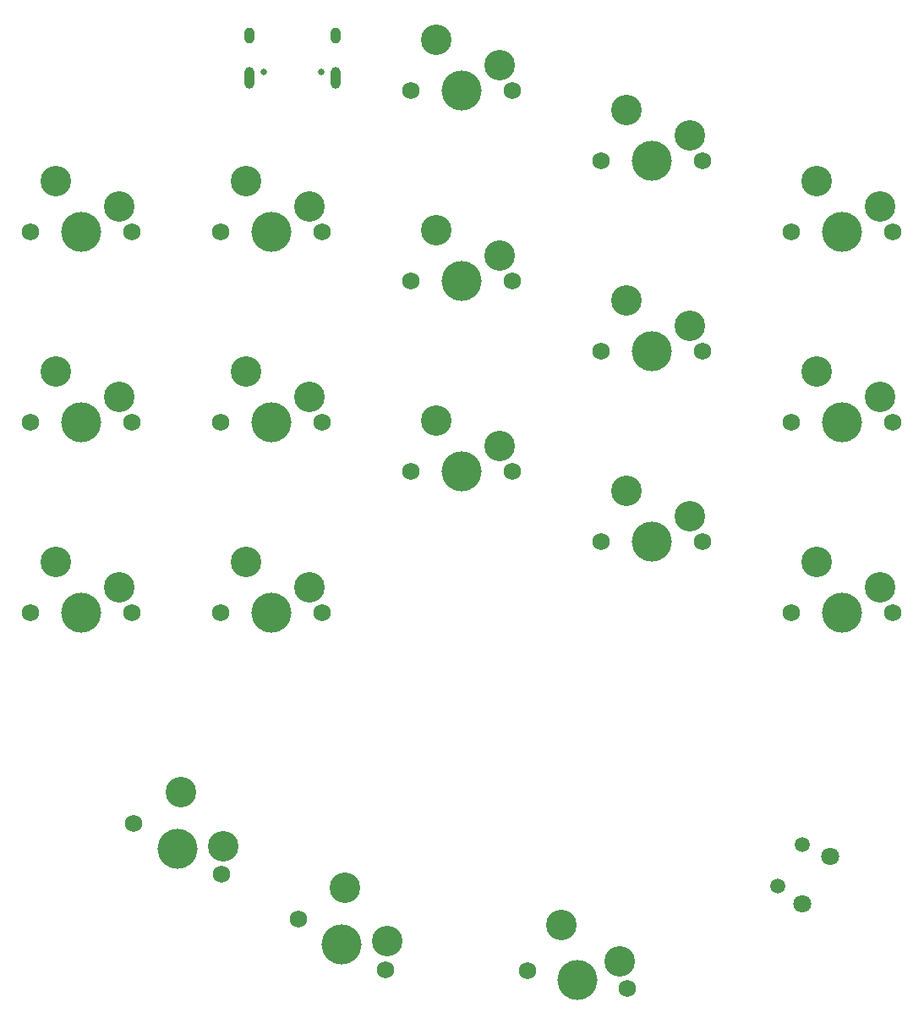
<source format=gbr>
%TF.GenerationSoftware,KiCad,Pcbnew,7.0.9-7.0.9~ubuntu22.04.1*%
%TF.CreationDate,2023-11-28T13:06:28+03:00*%
%TF.ProjectId,Keeb,4b656562-2e6b-4696-9361-645f70636258,rev?*%
%TF.SameCoordinates,Original*%
%TF.FileFunction,Soldermask,Bot*%
%TF.FilePolarity,Negative*%
%FSLAX46Y46*%
G04 Gerber Fmt 4.6, Leading zero omitted, Abs format (unit mm)*
G04 Created by KiCad (PCBNEW 7.0.9-7.0.9~ubuntu22.04.1) date 2023-11-28 13:06:28*
%MOMM*%
%LPD*%
G01*
G04 APERTURE LIST*
G04 Aperture macros list*
%AMRoundRect*
0 Rectangle with rounded corners*
0 $1 Rounding radius*
0 $2 $3 $4 $5 $6 $7 $8 $9 X,Y pos of 4 corners*
0 Add a 4 corners polygon primitive as box body*
4,1,4,$2,$3,$4,$5,$6,$7,$8,$9,$2,$3,0*
0 Add four circle primitives for the rounded corners*
1,1,$1+$1,$2,$3*
1,1,$1+$1,$4,$5*
1,1,$1+$1,$6,$7*
1,1,$1+$1,$8,$9*
0 Add four rect primitives between the rounded corners*
20,1,$1+$1,$2,$3,$4,$5,0*
20,1,$1+$1,$4,$5,$6,$7,0*
20,1,$1+$1,$6,$7,$8,$9,0*
20,1,$1+$1,$8,$9,$2,$3,0*%
%AMHorizOval*
0 Thick line with rounded ends*
0 $1 width*
0 $2 $3 position (X,Y) of the first rounded end (center of the circle)*
0 $4 $5 position (X,Y) of the second rounded end (center of the circle)*
0 Add line between two ends*
20,1,$1,$2,$3,$4,$5,0*
0 Add two circle primitives to create the rounded ends*
1,1,$1,$2,$3*
1,1,$1,$4,$5*%
G04 Aperture macros list end*
%ADD10HorizOval,1.800000X0.000000X0.000000X0.000000X0.000000X0*%
%ADD11HorizOval,1.500000X0.000000X0.000000X0.000000X0.000000X0*%
%ADD12C,0.670000*%
%ADD13RoundRect,0.500000X0.000000X0.600000X0.000000X0.600000X0.000000X-0.600000X0.000000X-0.600000X0*%
%ADD14RoundRect,0.500000X0.000000X0.300000X0.000000X0.300000X0.000000X-0.300000X0.000000X-0.300000X0*%
%ADD15C,1.750000*%
%ADD16C,3.050000*%
%ADD17C,4.000000*%
G04 APERTURE END LIST*
D10*
%TO.C,U1*%
X187069057Y-118174969D03*
D11*
X184295000Y-116919776D03*
X181870000Y-121120000D03*
D10*
X184344057Y-122894807D03*
%TD*%
D12*
%TO.C,J1*%
X136165000Y-39690000D03*
X130365000Y-39690000D03*
D13*
X137585000Y-40220000D03*
D14*
X137585000Y-36040000D03*
D13*
X128945000Y-40220000D03*
D14*
X128945000Y-36040000D03*
%TD*%
D15*
%TO.C,SW3*%
X193405000Y-55617944D03*
D16*
X192135000Y-53077944D03*
D17*
X188325000Y-55617944D03*
D16*
X185785000Y-50537944D03*
D15*
X183245000Y-55617944D03*
%TD*%
%TO.C,SW4*%
X193405000Y-74667944D03*
D16*
X192135000Y-72127944D03*
D17*
X188325000Y-74667944D03*
D16*
X185785000Y-69587944D03*
D15*
X183245000Y-74667944D03*
%TD*%
%TO.C,SW5*%
X193405000Y-93717944D03*
D16*
X192135000Y-91177944D03*
D17*
X188325000Y-93717944D03*
D16*
X185785000Y-88637944D03*
D15*
X183245000Y-93717944D03*
%TD*%
%TO.C,SW6*%
X174355000Y-48567944D03*
D16*
X173085000Y-46027944D03*
D17*
X169275000Y-48567944D03*
D16*
X166735000Y-43487944D03*
D15*
X164195000Y-48567944D03*
%TD*%
%TO.C,SW7*%
X174355000Y-67617944D03*
D16*
X173085000Y-65077944D03*
D17*
X169275000Y-67617944D03*
D16*
X166735000Y-62537944D03*
D15*
X164195000Y-67617944D03*
%TD*%
%TO.C,SW8*%
X174355000Y-86667944D03*
D16*
X173085000Y-84127944D03*
D17*
X169275000Y-86667944D03*
D16*
X166735000Y-81587944D03*
D15*
X164195000Y-86667944D03*
%TD*%
%TO.C,SW9*%
X155305000Y-41517944D03*
D16*
X154035000Y-38977944D03*
D17*
X150225000Y-41517944D03*
D16*
X147685000Y-36437944D03*
D15*
X145145000Y-41517944D03*
%TD*%
%TO.C,SW10*%
X155305000Y-60567944D03*
D16*
X154035000Y-58027944D03*
D17*
X150225000Y-60567944D03*
D16*
X147685000Y-55487944D03*
D15*
X145145000Y-60567944D03*
%TD*%
%TO.C,SW11*%
X155305000Y-79617944D03*
D16*
X154035000Y-77077944D03*
D17*
X150225000Y-79617944D03*
D16*
X147685000Y-74537944D03*
D15*
X145145000Y-79617944D03*
%TD*%
%TO.C,SW13*%
X136255000Y-55617944D03*
D16*
X134985000Y-53077944D03*
D17*
X131175000Y-55617944D03*
D16*
X128635000Y-50537944D03*
D15*
X126095000Y-55617944D03*
%TD*%
%TO.C,SW14*%
X136255000Y-74667944D03*
D16*
X134985000Y-72127944D03*
D17*
X131175000Y-74667944D03*
D16*
X128635000Y-69587944D03*
D15*
X126095000Y-74667944D03*
%TD*%
%TO.C,SW15*%
X136255000Y-93717944D03*
D16*
X134985000Y-91177944D03*
D17*
X131175000Y-93717944D03*
D16*
X128635000Y-88637944D03*
D15*
X126095000Y-93717944D03*
%TD*%
%TO.C,SW16*%
X142611766Y-129447511D03*
D16*
X142781914Y-126612806D03*
D17*
X138212357Y-126907511D03*
D16*
X138552652Y-121238102D03*
D15*
X133812948Y-124367511D03*
%TD*%
%TO.C,SW17*%
X117205000Y-55617944D03*
D16*
X115935000Y-53077944D03*
D17*
X112125000Y-55617944D03*
D16*
X109585000Y-50537944D03*
D15*
X107045000Y-55617944D03*
%TD*%
%TO.C,SW18*%
X117205000Y-74667944D03*
D16*
X115935000Y-72127944D03*
D17*
X112125000Y-74667944D03*
D16*
X109585000Y-69587944D03*
D15*
X107045000Y-74667944D03*
%TD*%
%TO.C,SW19*%
X117205000Y-93717944D03*
D16*
X115935000Y-91177944D03*
D17*
X112125000Y-93717944D03*
D16*
X109585000Y-88637944D03*
D15*
X107045000Y-93717944D03*
%TD*%
%TO.C,SW20*%
X126113982Y-119922511D03*
D16*
X126284130Y-117087806D03*
D17*
X121714573Y-117382511D03*
D16*
X122054868Y-111713102D03*
D15*
X117315164Y-114842511D03*
%TD*%
%TO.C,SW1*%
X166800000Y-131350000D03*
D16*
X165990361Y-128628055D03*
D17*
X161797177Y-130467867D03*
D16*
X160177898Y-125023977D03*
D15*
X156794354Y-129585734D03*
%TD*%
M02*

</source>
